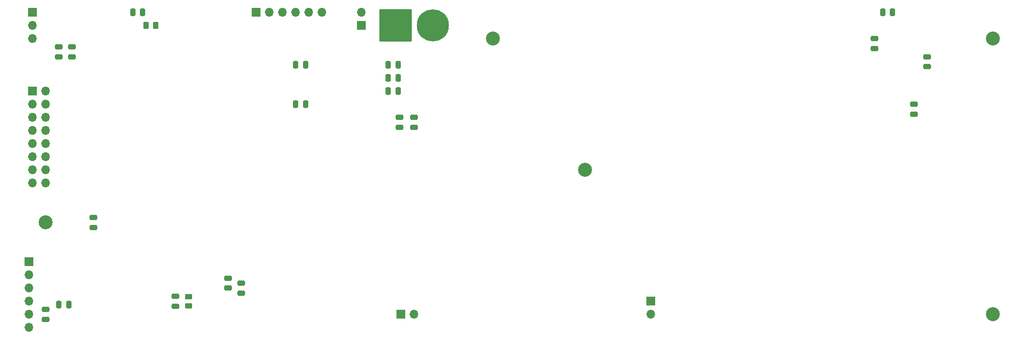
<source format=gbr>
%TF.GenerationSoftware,KiCad,Pcbnew,7.0.10*%
%TF.CreationDate,2024-02-28T12:35:52-05:00*%
%TF.ProjectId,PCB_Main_Sandbox,5043425f-4d61-4696-9e5f-53616e64626f,rev?*%
%TF.SameCoordinates,Original*%
%TF.FileFunction,Soldermask,Bot*%
%TF.FilePolarity,Negative*%
%FSLAX46Y46*%
G04 Gerber Fmt 4.6, Leading zero omitted, Abs format (unit mm)*
G04 Created by KiCad (PCBNEW 7.0.10) date 2024-02-28 12:35:52*
%MOMM*%
%LPD*%
G01*
G04 APERTURE LIST*
G04 Aperture macros list*
%AMRoundRect*
0 Rectangle with rounded corners*
0 $1 Rounding radius*
0 $2 $3 $4 $5 $6 $7 $8 $9 X,Y pos of 4 corners*
0 Add a 4 corners polygon primitive as box body*
4,1,4,$2,$3,$4,$5,$6,$7,$8,$9,$2,$3,0*
0 Add four circle primitives for the rounded corners*
1,1,$1+$1,$2,$3*
1,1,$1+$1,$4,$5*
1,1,$1+$1,$6,$7*
1,1,$1+$1,$8,$9*
0 Add four rect primitives between the rounded corners*
20,1,$1+$1,$2,$3,$4,$5,0*
20,1,$1+$1,$4,$5,$6,$7,0*
20,1,$1+$1,$6,$7,$8,$9,0*
20,1,$1+$1,$8,$9,$2,$3,0*%
G04 Aperture macros list end*
%ADD10R,1.700000X1.700000*%
%ADD11O,1.700000X1.700000*%
%ADD12C,2.700000*%
%ADD13C,6.204000*%
%ADD14RoundRect,0.102000X-3.000000X-3.000000X3.000000X-3.000000X3.000000X3.000000X-3.000000X3.000000X0*%
%ADD15RoundRect,0.250000X0.250000X0.475000X-0.250000X0.475000X-0.250000X-0.475000X0.250000X-0.475000X0*%
%ADD16RoundRect,0.250000X0.475000X-0.250000X0.475000X0.250000X-0.475000X0.250000X-0.475000X-0.250000X0*%
%ADD17RoundRect,0.250000X0.450000X-0.262500X0.450000X0.262500X-0.450000X0.262500X-0.450000X-0.262500X0*%
%ADD18RoundRect,0.250000X-0.475000X0.250000X-0.475000X-0.250000X0.475000X-0.250000X0.475000X0.250000X0*%
%ADD19RoundRect,0.250000X-0.250000X-0.475000X0.250000X-0.475000X0.250000X0.475000X-0.250000X0.475000X0*%
%ADD20RoundRect,0.250000X-0.262500X-0.450000X0.262500X-0.450000X0.262500X0.450000X-0.262500X0.450000X0*%
G04 APERTURE END LIST*
D10*
%TO.C,Boot2WROOM1*%
X121920000Y-12700000D03*
D11*
X124460000Y-12700000D03*
X127000000Y-12700000D03*
X129540000Y-12700000D03*
X132080000Y-12700000D03*
X134620000Y-12700000D03*
%TD*%
D10*
%TO.C,Boot2ROVER1*%
X78025000Y-60960000D03*
D11*
X78025000Y-63500000D03*
X78025000Y-66040000D03*
X78025000Y-68580000D03*
X78025000Y-71120000D03*
X78025000Y-73660000D03*
%TD*%
D12*
%TO.C,H5*%
X264160000Y-71120000D03*
%TD*%
%TO.C,H4*%
X185420000Y-43180000D03*
%TD*%
D10*
%TO.C,J5*%
X198120000Y-68580000D03*
D11*
X198120000Y-71120000D03*
%TD*%
D10*
%TO.C,J4*%
X142240000Y-15240000D03*
D11*
X142240000Y-12700000D03*
%TD*%
D13*
%TO.C,J2*%
X156000000Y-15240000D03*
D14*
X148800000Y-15240000D03*
%TD*%
D10*
%TO.C,LightSensorConnector1*%
X78740000Y-12700000D03*
D11*
X78740000Y-15240000D03*
X78740000Y-17780000D03*
%TD*%
D12*
%TO.C,H1*%
X264160000Y-17780000D03*
%TD*%
D10*
%TO.C,J6*%
X149860000Y-71120000D03*
D11*
X152400000Y-71120000D03*
%TD*%
D10*
%TO.C,J3*%
X78740000Y-27940000D03*
D11*
X81280000Y-27940000D03*
X78740000Y-30480000D03*
X81280000Y-30480000D03*
X78740000Y-33020000D03*
X81280000Y-33020000D03*
X78740000Y-35560000D03*
X81280000Y-35560000D03*
X78740000Y-38100000D03*
X81280000Y-38100000D03*
X78740000Y-40640000D03*
X81280000Y-40640000D03*
X78740000Y-43180000D03*
X81280000Y-43180000D03*
X78740000Y-45720000D03*
X81280000Y-45720000D03*
%TD*%
D12*
%TO.C,H2*%
X167640000Y-17780000D03*
%TD*%
%TO.C,H3*%
X81280000Y-53340000D03*
%TD*%
D15*
%TO.C,C5*%
X100010000Y-12700000D03*
X98110000Y-12700000D03*
%TD*%
D16*
%TO.C,C13*%
X86360000Y-21270000D03*
X86360000Y-19370000D03*
%TD*%
%TO.C,C16*%
X119010000Y-66990000D03*
X119010000Y-65090000D03*
%TD*%
D17*
%TO.C,R20*%
X108850000Y-69492500D03*
X108850000Y-67667500D03*
%TD*%
D18*
%TO.C,C14*%
X152400000Y-33020000D03*
X152400000Y-34920000D03*
%TD*%
%TO.C,Ccomp2*%
X251460000Y-21300001D03*
X251460000Y-23200001D03*
%TD*%
%TO.C,Css1*%
X248920000Y-30480000D03*
X248920000Y-32380000D03*
%TD*%
%TO.C,CsnR3*%
X81280000Y-70170000D03*
X81280000Y-72070000D03*
%TD*%
D15*
%TO.C,C1*%
X131440000Y-22860000D03*
X129540000Y-22860000D03*
%TD*%
D18*
%TO.C,C18*%
X116470000Y-64140000D03*
X116470000Y-66040000D03*
%TD*%
%TO.C,C11*%
X83820000Y-19370000D03*
X83820000Y-21270000D03*
%TD*%
D19*
%TO.C,C10*%
X147418964Y-22860000D03*
X149318964Y-22860000D03*
%TD*%
D18*
%TO.C,C19*%
X106310000Y-67630000D03*
X106310000Y-69530000D03*
%TD*%
D15*
%TO.C,C2*%
X131440000Y-30480000D03*
X129540000Y-30480000D03*
%TD*%
D19*
%TO.C,C8*%
X147418964Y-25400000D03*
X149318964Y-25400000D03*
%TD*%
%TO.C,C3*%
X147418964Y-27940000D03*
X149318964Y-27940000D03*
%TD*%
%TO.C,Cvcc1*%
X242890000Y-12700000D03*
X244790000Y-12700000D03*
%TD*%
D18*
%TO.C,C32*%
X90490000Y-52390000D03*
X90490000Y-54290000D03*
%TD*%
%TO.C,C12*%
X149620000Y-33020000D03*
X149620000Y-34920000D03*
%TD*%
%TO.C,Cbst1*%
X241300000Y-17780000D03*
X241300000Y-19680000D03*
%TD*%
D20*
%TO.C,R14*%
X100687500Y-15240000D03*
X102512500Y-15240000D03*
%TD*%
D19*
%TO.C,C33*%
X83820000Y-69239998D03*
X85720000Y-69239998D03*
%TD*%
M02*

</source>
